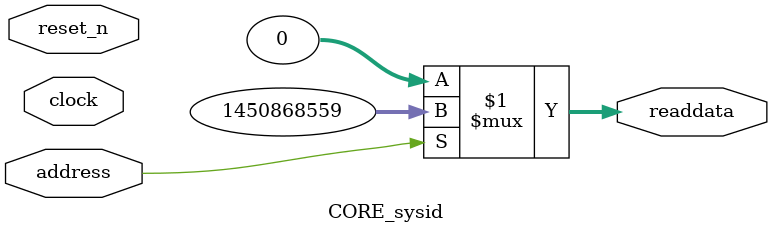
<source format=v>

`timescale 1ns / 1ps
// synthesis translate_on

// turn off superfluous verilog processor warnings 
// altera message_level Level1 
// altera message_off 10034 10035 10036 10037 10230 10240 10030 

module CORE_sysid (
               // inputs:
                address,
                clock,
                reset_n,

               // outputs:
                readdata
             )
;

  output  [ 31: 0] readdata;
  input            address;
  input            clock;
  input            reset_n;

  wire    [ 31: 0] readdata;
  //control_slave, which is an e_avalon_slave
  assign readdata = address ? 1450868559 : 0;

endmodule




</source>
